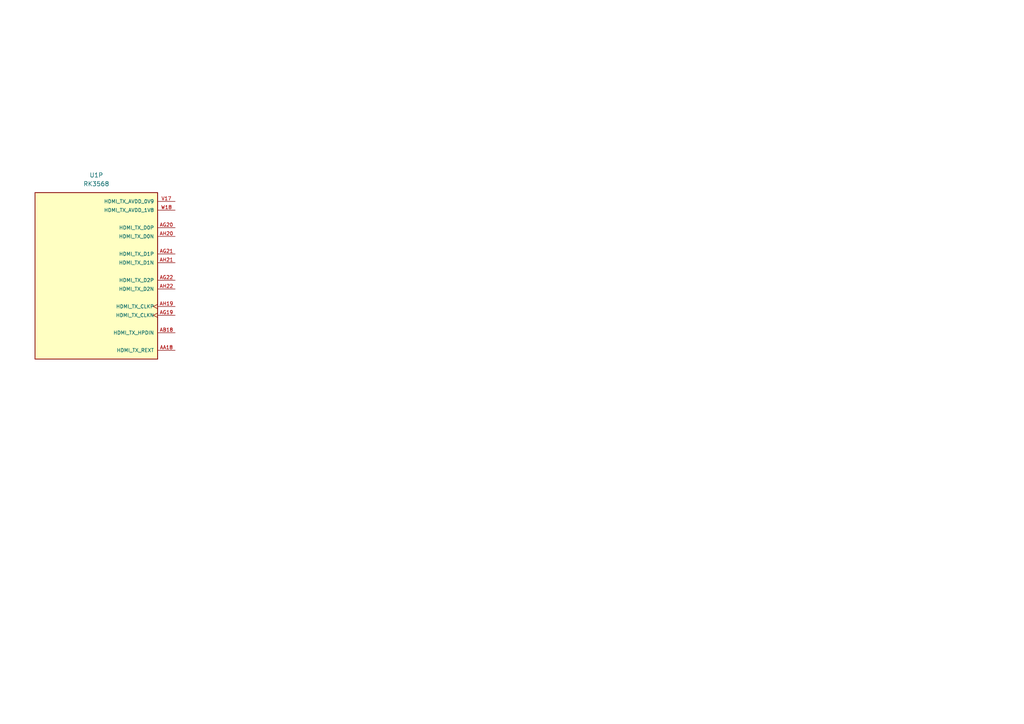
<source format=kicad_sch>
(kicad_sch (version 20250114) (generator "eeschema") (generator_version "9.0")
  (paper "A4")
  (symbol (lib_id "RK3568:RK3568") (at 27.94 78.74 0) (unit 16)
    (property "Reference" "U1" (at 27.94 50.8 0))
    (property "Value" "RK3568" (at 27.94 53.34 0))
    (property "Footprint" "RK3568:BGA636C65P28X28_1900X1900X168" (effects (hide yes)))
    (property "MF" "Rockchip" (effects (hide yes)))
    (property "MAXIMUM_PACKAGE_HEIGHT" "1.68mm" (effects (hide yes)))
    (property "Package" "None" (effects (hide yes)))
    (property "Price" "None" (effects (hide yes)))
    (property "Check_prices" "https://www.snapeda.com/parts/RK3568/Fuzhou+Rockchip+Electronics+Co/view-part/?ref=eda" (effects (hide yes)))
    (property "STANDARD" "IPC-7351B" (effects (hide yes)))
    (property "PARTREV" "1.3" (effects (hide yes)))
    (property "SnapEDA_Link" "https://www.snapeda.com/parts/RK3568/Fuzhou+Rockchip+Electronics+Co/view-part/?ref=snap" (effects (hide yes)))
    (property "MP" "RK3568" (effects (hide yes)))
    (property "Description_1" "Quad-core Cortex-A55 up to 2.0GHz" (effects (hide yes)))
    (property "Availability" "In Stock" (effects (hide yes)))
    (property "MANUFACTURER" "Rockchip Electronics" (effects (hide yes)))
  )
)
</source>
